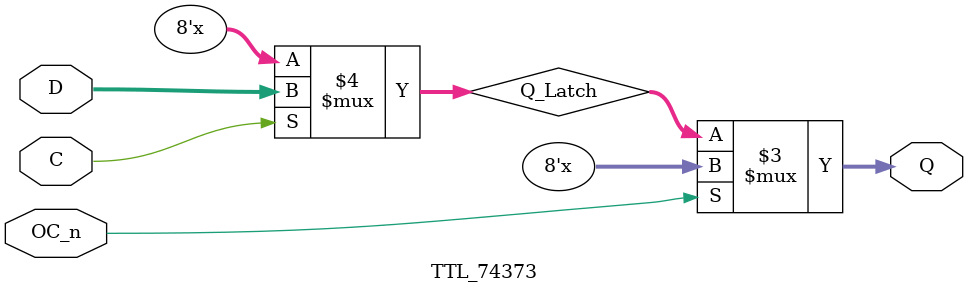
<source format=v>
module TTL_74373 (
    input wire [7:0] D,   // Data inputs
    input wire C,         // Control input (active high)
    input wire OC_n,      // Output Control (active low)
    output wire [7:0] Q   // Outputs
);

    reg [7:0] Q_Latch;  // Internal latch

    // Latch operation
    always @(*) begin
        if (C) begin
            Q_Latch <= D;  // Transparent mode: Internal latch follows input
        end
    end

    // Output control
    // When OC_n is low (active), outputs reflect the latched data
    // When OC_n is high, outputs are in high-impedance state
    assign Q = (OC_n == 1'b0) ? Q_Latch : 8'bz;

endmodule

</source>
